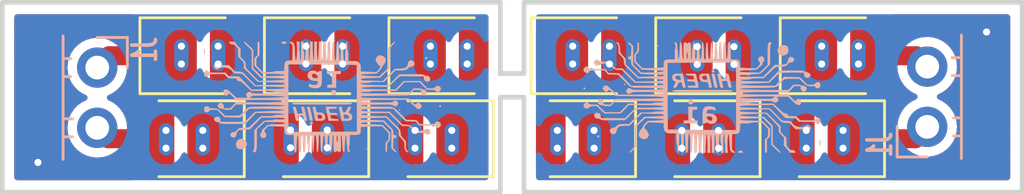
<source format=kicad_pcb>
(kicad_pcb (version 20240108) (generator "pcbnew") (generator_version "8.0")
  (layers (0 "F.Cu" signal) (31 "B.Cu" signal) (34 "B.Paste" user) (35 "F.Paste" user) (36 "B.SilkS" user "B.Silkscreen") (37 "F.SilkS" user "F.Silkscreen") (38 "B.Mask" user) (39 "F.Mask" user) (44 "Edge.Cuts" user))
  (net 0 "")
  (net 1 "/-LEDs-")
  (net 2 "/+24V+")
  (net 3 "Net-(L1-A)")
  (net 4 "Net-(L2-A)")
  (net 5 "Net-(L3-A)")
  (net 6 "Net-(L4-A)")
  (net 7 "Net-(L5-A)")
  (net 8 "Earth_Clean")
  (footprint "LED_SMD:LED_PLCC_2835" (layer "F.Cu") (at 22 19.75 180)
    (property "Reference" "L6" (hide yes))
    (property "Value" "LED" (hide yes))
    (pad "1" smd rect (at -0.9 0 180) (size 2.2 2.2) (layers "F.Cu" "F.Paste" "F.Mask") (net 7 "Net-(L5-A)"))
    (pad "1" thru_hole circle (at -0.45 -0.4 180) (size 0.6 0.6) (drill 0.3) (layers "*.Cu") (net 7 "Net-(L5-A)"))
    (pad "1" thru_hole circle (at -0.45 0.35 180) (size 0.6 0.6) (drill 0.3) (layers "*.Cu") (net 7 "Net-(L5-A)"))
    (pad "2" thru_hole circle (at 1.1 -0.4 180) (size 0.6 0.6) (drill 0.3) (layers "*.Cu") (net 2 "/+24V+"))
    (pad "2" thru_hole circle (at 1.1 0.35 180) (size 0.6 0.6) (drill 0.3) (layers "*.Cu") (net 2 "/+24V+"))
    (pad "2" smd rect (at 1.375 0 180) (size 1.25 2.2) (layers "F.Cu" "F.Paste" "F.Mask") (net 2 "/+24V+"))
  )
  (footprint "LED_SMD:LED_PLCC_2835" (layer "F.Cu") (at 32.5 16.25)
    (property "Reference" "L3" (hide yes))
    (property "Value" "LED" (hide yes))
    (pad "1" smd rect (at -0.9 0) (size 2.2 2.2) (layers "F.Cu" "F.Paste" "F.Mask") (net 4 "Net-(L2-A)"))
    (pad "1" thru_hole circle (at -0.45 -0.4) (size 0.6 0.6) (drill 0.3) (layers "*.Cu") (net 4 "Net-(L2-A)"))
    (pad "1" thru_hole circle (at -0.45 0.35) (size 0.6 0.6) (drill 0.3) (layers "*.Cu") (net 4 "Net-(L2-A)"))
    (pad "2" thru_hole circle (at 1.1 -0.4) (size 0.6 0.6) (drill 0.3) (layers "*.Cu") (net 5 "Net-(L3-A)"))
    (pad "2" thru_hole circle (at 1.1 0.35) (size 0.6 0.6) (drill 0.3) (layers "*.Cu") (net 5 "Net-(L3-A)"))
    (pad "2" smd rect (at 1.375 0) (size 1.25 2.2) (layers "F.Cu" "F.Paste" "F.Mask") (net 5 "Net-(L3-A)"))
  )
  (footprint "LED_SMD:LED_PLCC_2835" (layer "F.Cu") (at 22 16.25)
    (property "Reference" "L1" (hide yes))
    (property "Value" "LED" (hide yes))
    (pad "1" smd rect (at -0.9 0) (size 2.2 2.2) (layers "F.Cu" "F.Paste" "F.Mask") (net 1 "/-LEDs-"))
    (pad "1" thru_hole circle (at -0.45 -0.4) (size 0.6 0.6) (drill 0.3) (layers "*.Cu") (net 1 "/-LEDs-"))
    (pad "1" thru_hole circle (at -0.45 0.35) (size 0.6 0.6) (drill 0.3) (layers "*.Cu") (net 1 "/-LEDs-"))
    (pad "2" thru_hole circle (at 1.1 -0.4) (size 0.6 0.6) (drill 0.3) (layers "*.Cu") (net 3 "Net-(L1-A)"))
    (pad "2" thru_hole circle (at 1.1 0.35) (size 0.6 0.6) (drill 0.3) (layers "*.Cu") (net 3 "Net-(L1-A)"))
    (pad "2" smd rect (at 1.375 0) (size 1.25 2.2) (layers "F.Cu" "F.Paste" "F.Mask") (net 3 "Net-(L1-A)"))
  )
  (footprint "LED_SMD:LED_PLCC_2835" (layer "F.Cu") (at 49 19.75 180)
    (property "Reference" "L1" (hide yes))
    (property "Value" "LED" (hide yes))
    (pad "1" smd rect (at -0.9 0 180) (size 2.2 2.2) (layers "F.Cu" "F.Paste" "F.Mask") (net 1 "/-LEDs-"))
    (pad "1" thru_hole circle (at -0.45 -0.4 180) (size 0.6 0.6) (drill 0.3) (layers "*.Cu") (net 1 "/-LEDs-"))
    (pad "1" thru_hole circle (at -0.45 0.35 180) (size 0.6 0.6) (drill 0.3) (layers "*.Cu") (net 1 "/-LEDs-"))
    (pad "2" thru_hole circle (at 1.1 -0.4 180) (size 0.6 0.6) (drill 0.3) (layers "*.Cu") (net 3 "Net-(L1-A)"))
    (pad "2" thru_hole circle (at 1.1 0.35 180) (size 0.6 0.6) (drill 0.3) (layers "*.Cu") (net 3 "Net-(L1-A)"))
    (pad "2" smd rect (at 1.375 0 180) (size 1.25 2.2) (layers "F.Cu" "F.Paste" "F.Mask") (net 3 "Net-(L1-A)"))
  )
  (footprint "LED_SMD:LED_PLCC_2835" (layer "F.Cu") (at 38.5 16.25)
    (property "Reference" "L4" (hide yes))
    (property "Value" "LED" (hide yes))
    (pad "1" smd rect (at -0.9 0) (size 2.2 2.2) (layers "F.Cu" "F.Paste" "F.Mask") (net 5 "Net-(L3-A)"))
    (pad "1" thru_hole circle (at -0.45 -0.4) (size 0.6 0.6) (drill 0.3) (layers "*.Cu") (net 5 "Net-(L3-A)"))
    (pad "1" thru_hole circle (at -0.45 0.35) (size 0.6 0.6) (drill 0.3) (layers "*.Cu") (net 5 "Net-(L3-A)"))
    (pad "2" thru_hole circle (at 1.1 -0.4) (size 0.6 0.6) (drill 0.3) (layers "*.Cu") (net 6 "Net-(L4-A)"))
    (pad "2" thru_hole circle (at 1.1 0.35) (size 0.6 0.6) (drill 0.3) (layers "*.Cu") (net 6 "Net-(L4-A)"))
    (pad "2" smd rect (at 1.375 0) (size 1.25 2.2) (layers "F.Cu" "F.Paste" "F.Mask") (net 6 "Net-(L4-A)"))
  )
  (footprint "LED_SMD:LED_PLCC_2835" (layer "F.Cu") (at 32.5 19.75 180)
    (property "Reference" "L4" (hide yes))
    (property "Value" "LED" (hide yes))
    (pad "1" smd rect (at -0.9 0 180) (size 2.2 2.2) (layers "F.Cu" "F.Paste" "F.Mask") (net 5 "Net-(L3-A)"))
    (pad "1" thru_hole circle (at -0.45 -0.4 180) (size 0.6 0.6) (drill 0.3) (layers "*.Cu") (net 5 "Net-(L3-A)"))
    (pad "1" thru_hole circle (at -0.45 0.35 180) (size 0.6 0.6) (drill 0.3) (layers "*.Cu") (net 5 "Net-(L3-A)"))
    (pad "2" thru_hole circle (at 1.1 -0.4 180) (size 0.6 0.6) (drill 0.3) (layers "*.Cu") (net 6 "Net-(L4-A)"))
    (pad "2" thru_hole circle (at 1.1 0.35 180) (size 0.6 0.6) (drill 0.3) (layers "*.Cu") (net 6 "Net-(L4-A)"))
    (pad "2" smd rect (at 1.375 0 180) (size 1.25 2.2) (layers "F.Cu" "F.Paste" "F.Mask") (net 6 "Net-(L4-A)"))
  )
  (footprint "NetTie:NetTie-2_SMD_Pad0.5mm" (layer "F.Cu") (at 55.5 20 90)
    (property "Reference" "CMN1" (hide yes))
    (property "Value" "EarthClean" (hide yes))
    (fp_poly (pts (xy -0.5 -0.25) (xy 0.5 -0.25) (xy 0.5 0.25) (xy -0.5 0.25)) (fill solid) (layer "F.Cu"))
    (pad "1" smd circle (at -0.5 0 90) (size 0.5 0.5) (layers "F.Cu") (net 8 "Earth_Clean"))
    (pad "2" smd circle (at 0.5 0 90) (size 0.5 0.5) (layers "F.Cu") (net 8 "Earth_Clean"))
  )
  (footprint "LED_SMD:LED_PLCC_2835" (layer "F.Cu") (at 27.25 16.25)
    (property "Reference" "L2" (hide yes))
    (property "Value" "LED" (hide yes))
    (pad "1" smd rect (at -0.9 0) (size 2.2 2.2) (layers "F.Cu" "F.Paste" "F.Mask") (net 3 "Net-(L1-A)"))
    (pad "1" thru_hole circle (at -0.45 -0.4) (size 0.6 0.6) (drill 0.3) (layers "*.Cu") (net 3 "Net-(L1-A)"))
    (pad "1" thru_hole circle (at -0.45 0.35) (size 0.6 0.6) (drill 0.3) (layers "*.Cu") (net 3 "Net-(L1-A)"))
    (pad "2" thru_hole circle (at 1.1 -0.4) (size 0.6 0.6) (drill 0.3) (layers "*.Cu") (net 4 "Net-(L2-A)"))
    (pad "2" thru_hole circle (at 1.1 0.35) (size 0.6 0.6) (drill 0.3) (layers "*.Cu") (net 4 "Net-(L2-A)"))
    (pad "2" smd rect (at 1.375 0) (size 1.25 2.2) (layers "F.Cu" "F.Paste" "F.Mask") (net 4 "Net-(L2-A)"))
  )
  (footprint "NetTie:NetTie-2_SMD_Pad0.5mm" (layer "F.Cu") (at 15.5 16 -90)
    (property "Reference" "CMN1" (hide yes))
    (property "Value" "EarthClean" (hide yes))
    (fp_poly (pts (xy -0.5 -0.25) (xy 0.5 -0.25) (xy 0.5 0.25) (xy -0.5 0.25)) (fill solid) (layer "F.Cu"))
    (pad "1" smd circle (at -0.5 0 270) (size 0.5 0.5) (layers "F.Cu") (net 8 "Earth_Clean"))
    (pad "2" smd circle (at 0.5 0 270) (size 0.5 0.5) (layers "F.Cu") (net 8 "Earth_Clean"))
  )
  (footprint "LED_SMD:LED_PLCC_2835" (layer "F.Cu") (at 27.25 19.75 180)
    (property "Reference" "L5" (hide yes))
    (property "Value" "LED" (hide yes))
    (pad "1" smd rect (at -0.9 0 180) (size 2.2 2.2) (layers "F.Cu" "F.Paste" "F.Mask") (net 6 "Net-(L4-A)"))
    (pad "1" thru_hole circle (at -0.45 -0.382329 180) (size 0.6 0.6) (drill 0.3) (layers "*.Cu") (net 6 "Net-(L4-A)"))
    (pad "1" thru_hole circle (at -0.45 0.367671 180) (size 0.6 0.6) (drill 0.3) (layers "*.Cu") (net 6 "Net-(L4-A)"))
    (pad "2" thru_hole circle (at 1.1 -0.382329 180) (size 0.6 0.6) (drill 0.3) (layers "*.Cu") (net 7 "Net-(L5-A)"))
    (pad "2" thru_hole circle (at 1.1 0.367671 180) (size 0.6 0.6) (drill 0.3) (layers "*.Cu") (net 7 "Net-(L5-A)"))
    (pad "2" smd rect (at 1.375 0 180) (size 1.25 2.2) (layers "F.Cu" "F.Paste" "F.Mask") (net 7 "Net-(L5-A)"))
  )
  (footprint "LED_SMD:LED_PLCC_2835" (layer "F.Cu") (at 38.5 19.75 180)
    (property "Reference" "L3" (hide yes))
    (property "Value" "LED" (hide yes))
    (pad "1" smd rect (at -0.9 0 180) (size 2.2 2.2) (layers "F.Cu" "F.Paste" "F.Mask") (net 4 "Net-(L2-A)"))
    (pad "1" thru_hole circle (at -0.45 -0.4 180) (size 0.6 0.6) (drill 0.3) (layers "*.Cu") (net 4 "Net-(L2-A)"))
    (pad "1" thru_hole circle (at -0.45 0.35 180) (size 0.6 0.6) (drill 0.3) (layers "*.Cu") (net 4 "Net-(L2-A)"))
    (pad "2" thru_hole circle (at 1.1 -0.4 180) (size 0.6 0.6) (drill 0.3) (layers "*.Cu") (net 5 "Net-(L3-A)"))
    (pad "2" thru_hole circle (at 1.1 0.35 180) (size 0.6 0.6) (drill 0.3) (layers "*.Cu") (net 5 "Net-(L3-A)"))
    (pad "2" smd rect (at 1.375 0 180) (size 1.25 2.2) (layers "F.Cu" "F.Paste" "F.Mask") (net 5 "Net-(L3-A)"))
  )
  (footprint "LED_SMD:LED_PLCC_2835" (layer "F.Cu") (at 43.75 16.25)
    (property "Reference" "L5" (hide yes))
    (property "Value" "LED" (hide yes))
    (pad "1" smd rect (at -0.9 0) (size 2.2 2.2) (layers "F.Cu" "F.Paste" "F.Mask") (net 6 "Net-(L4-A)"))
    (pad "1" thru_hole circle (at -0.45 -0.382329) (size 0.6 0.6) (drill 0.3) (layers "*.Cu") (net 6 "Net-(L4-A)"))
    (pad "1" thru_hole circle (at -0.45 0.367671) (size 0.6 0.6) (drill 0.3) (layers "*.Cu") (net 6 "Net-(L4-A)"))
    (pad "2" thru_hole circle (at 1.1 -0.382329) (size 0.6 0.6) (drill 0.3) (layers "*.Cu") (net 7 "Net-(L5-A)"))
    (pad "2" thru_hole circle (at 1.1 0.367671) (size 0.6 0.6) (drill 0.3) (layers "*.Cu") (net 7 "Net-(L5-A)"))
    (pad "2" smd rect (at 1.375 0) (size 1.25 2.2) (layers "F.Cu" "F.Paste" "F.Mask") (net 7 "Net-(L5-A)"))
  )
  (footprint "LED_SMD:LED_PLCC_2835" (layer "F.Cu") (at 49 16.25)
    (property "Reference" "L6" (hide yes))
    (property "Value" "LED" (hide yes))
    (pad "1" smd rect (at -0.9 0) (size 2.2 2.2) (layers "F.Cu" "F.Paste" "F.Mask") (net 7 "Net-(L5-A)"))
    (pad "1" thru_hole circle (at -0.45 -0.4) (size 0.6 0.6) (drill 0.3) (layers "*.Cu") (net 7 "Net-(L5-A)"))
    (pad "1" thru_hole circle (at -0.45 0.35) (size 0.6 0.6) (drill 0.3) (layers "*.Cu") (net 7 "Net-(L5-A)"))
    (pad "2" thru_hole circle (at 1.1 -0.4) (size 0.6 0.6) (drill 0.3) (layers "*.Cu") (net 2 "/+24V+"))
    (pad "2" thru_hole circle (at 1.1 0.35) (size 0.6 0.6) (drill 0.3) (layers "*.Cu") (net 2 "/+24V+"))
    (pad "2" smd rect (at 1.375 0) (size 1.25 2.2) (layers "F.Cu" "F.Paste" "F.Mask") (net 2 "/+24V+"))
  )
  (footprint "LED_SMD:LED_PLCC_2835" (layer "F.Cu") (at 43.75 19.75 180)
    (property "Reference" "L2" (hide yes))
    (property "Value" "LED" (hide yes))
    (pad "1" smd rect (at -0.9 0 180) (size 2.2 2.2) (layers "F.Cu" "F.Paste" "F.Mask") (net 3 "Net-(L1-A)"))
    (pad "1" thru_hole circle (at -0.45 -0.4 180) (size 0.6 0.6) (drill 0.3) (layers "*.Cu") (net 3 "Net-(L1-A)"))
    (pad "1" thru_hole circle (at -0.45 0.35 180) (size 0.6 0.6) (drill 0.3) (layers "*.Cu") (net 3 "Net-(L1-A)"))
    (pad "2" thru_hole circle (at 1.1 -0.4 180) (size 0.6 0.6) (drill 0.3) (layers "*.Cu") (net 4 "Net-(L2-A)"))
    (pad "2" thru_hole circle (at 1.1 0.35 180) (size 0.6 0.6) (drill 0.3) (layers "*.Cu") (net 4 "Net-(L2-A)"))
    (pad "2" smd rect (at 1.375 0 180) (size 1.25 2.2) (layers "F.Cu" "F.Paste" "F.Mask") (net 4 "Net-(L2-A)"))
  )
  (footprint "LOGO" (layer "B.Cu") (at 27.5 18)
    (property "Reference" "ai" (hide yes))
    (property "Value" "LOGO" (hide yes))
  )
  (footprint "Connector_PinHeader_2.54mm:PinHeader_1x02_P2.54mm_Horizontal" (layer "B.Cu") (at 53 19.25)
    (property "Reference" "J1" (at -2 0.75 90) (layer "B.SilkS") (effects (font (size 1 0.6)) (justify mirror)))
    (property "Value" "2pin connector" (hide yes))
    (pad "1" thru_hole oval (at 0 0) (size 1.7 1.7) (drill 1) (layers "*.Cu" "*.Mask") (net 1 "/-LEDs-"))
    (pad "2" thru_hole oval (at 0 -2.54) (size 1.7 1.7) (drill 1) (layers "*.Cu" "*.Mask") (net 2 "/+24V+"))
  )
  (footprint "Connector_PinHeader_2.54mm:PinHeader_1x02_P2.54mm_Horizontal" (layer "B.Cu") (at 18 16.75 180)
    (property "Reference" "J1" (at -2 0.75 90) (layer "B.SilkS") (effects (font (size 1 0.6)) (justify mirror)))
    (property "Value" "2pin connector" (hide yes))
    (pad "1" thru_hole oval (at 0 0 180) (size 1.7 1.7) (drill 1) (layers "*.Cu" "*.Mask") (net 1 "/-LEDs-"))
    (pad "2" thru_hole oval (at 0 -2.54 180) (size 1.7 1.7) (drill 1) (layers "*.Cu" "*.Mask") (net 2 "/+24V+"))
  )
  (footprint "LOGO" (layer "B.Cu") (at 43.5 18 180)
    (property "Reference" "ai" (hide yes))
    (property "Value" "LOGO" (hide yes))
  )
  (gr_poly (pts (xy 14 14) (xy 35 14) (xy 35 17) (xy 36 17) (xy 36 14) (xy 57 14) (xy 57 22) (xy 36 22) (xy 36 18) (xy 35 18) (xy 35 22) (xy 14 22)) (stroke (width 0.2)) (fill none) (layer "Edge.Cuts"))
  (segment (start 52.5 19.75) (end 53 19.25) (width 0.8) (layer "F.Cu") (net 1))
  (segment (start 18.5 16.25) (end 18 16.75) (width 0.8) (layer "F.Cu") (net 1))
  (segment (start 21.1 16.25) (end 18.5 16.25) (width 0.8) (layer "F.Cu") (net 1))
  (segment (start 49.9 19.75) (end 52.5 19.75) (width 0.8) (layer "F.Cu") (net 1))
  (segment (start 21.55 16.6) (end 21.55 15.85) (width 0.6) (layer "B.Cu") (net 1))
  (segment (start 49.45 19.4) (end 49.45 20.15) (width 0.6) (layer "B.Cu") (net 1))
  (segment (start 20.625 19.75) (end 18.46 19.75) (width 0.8) (layer "F.Cu") (net 2))
  (segment (start 50.375 16.25) (end 52.54 16.25) (width 0.8) (layer "F.Cu") (net 2))
  (segment (start 18.46 19.75) (end 18 19.29) (width 0.8) (layer "F.Cu") (net 2))
  (segment (start 52.54 16.25) (end 53 16.71) (width 0.8) (layer "F.Cu") (net 2))
  (segment (start 20.9 20.15) (end 20.9 19.4) (width 0.6) (layer "B.Cu") (net 2))
  (segment (start 50.1 15.85) (end 50.1 16.6) (width 0.6) (layer "B.Cu") (net 2))
  (segment (start 47.625 19.75) (end 44.65 19.75) (width 0.8) (layer "F.Cu") (net 3))
  (segment (start 23.375 16.25) (end 26.35 16.25) (width 0.8) (layer "F.Cu") (net 3))
  (segment (start 47.9 19.4) (end 47.9 20.15) (width 0.6) (layer "B.Cu") (net 3))
  (segment (start 26.8 15.85) (end 26.8 16.6) (width 0.6) (layer "B.Cu") (net 3))
  (segment (start 44.2 20.15) (end 44.2 19.4) (width 0.6) (layer "B.Cu") (net 3))
  (segment (start 23.1 16.6) (end 23.1 15.85) (width 0.6) (layer "B.Cu") (net 3))
  (segment (start 28.625 16.25) (end 31.6 16.25) (width 0.8) (layer "F.Cu") (net 4))
  (segment (start 42.375 19.75) (end 39.4 19.75) (width 0.8) (layer "F.Cu") (net 4))
  (segment (start 32.05 15.85) (end 32.05 16.6) (width 0.6) (layer "B.Cu") (net 4))
  (segment (start 42.65 20.15) (end 42.65 19.4) (width 0.6) (layer "B.Cu") (net 4))
  (segment (start 28.35 15.85) (end 28.35 16.6) (width 0.6) (layer "B.Cu") (net 4))
  (segment (start 38.95 20.15) (end 38.95 19.4) (width 0.6) (layer "B.Cu") (net 4))
  (segment (start 33.875 16.25) (end 33.875 19.275) (width 0.8) (layer "F.Cu") (net 5))
  (segment (start 33.875 19.275) (end 33.4 19.75) (width 0.8) (layer "F.Cu") (net 5))
  (segment (start 37.125 19.75) (end 37.125 16.725) (width 0.8) (layer "F.Cu") (net 5))
  (segment (start 37.125 16.725) (end 37.6 16.25) (width 0.8) (layer "F.Cu") (net 5))
  (segment (start 32.95 19.4) (end 32.95 20.15) (width 0.6) (layer "B.Cu") (net 5))
  (segment (start 37.4 20.15) (end 37.4 19.4) (width 0.6) (layer "B.Cu") (net 5))
  (segment (start 38.05 16.6) (end 38.05 15.85) (width 0.6) (layer "B.Cu") (net 5))
  (segment (start 33.6 15.85) (end 33.6 16.6) (width 0.6) (layer "B.Cu") (net 5))
  (segment (start 31.125 19.75) (end 28.15 19.75) (width 0.8) (layer "F.Cu") (net 6))
  (segment (start 39.875 16.25) (end 42.85 16.25) (width 0.8) (layer "F.Cu") (net 6))
  (segment (start 43.3 16.617671) (end 43.3 15.867671) (width 0.6) (layer "B.Cu") (net 6))
  (segment (start 39.6 16.6) (end 39.6 15.85) (width 0.6) (layer "B.Cu") (net 6))
  (segment (start 27.7 19.382329) (end 27.7 20.132329) (width 0.6) (layer "B.Cu") (net 6))
  (segment (start 31.4 19.4) (end 31.4 20.15) (width 0.6) (layer "B.Cu") (net 6))
  (segment (start 25.875 19.75) (end 22.9 19.75) (width 0.8) (layer "F.Cu") (net 7))
  (segment (start 45.125 16.25) (end 48.1 16.25) (width 0.8) (layer "F.Cu") (net 7))
  (segment (start 26.15 19.382329) (end 26.15 20.132329) (width 0.6) (layer "B.Cu") (net 7))
  (segment (start 44.85 16.617671) (end 44.85 15.867671) (width 0.6) (layer "B.Cu") (net 7))
  (segment (start 22.45 20.15) (end 22.45 19.4) (width 0.6) (layer "B.Cu") (net 7))
  (segment (start 48.55 15.85) (end 48.55 16.6) (width 0.6) (layer "B.Cu") (net 7))
  (via (at 15.5 20.75) (size 0.6) (drill 0.3) (layers "F.Cu" "B.Cu") (net 8))
  (via (at 55.5 15.25) (size 0.6) (drill 0.3) (layers "F.Cu" "B.Cu") (net 8))
  (zone (net 0) (net_name "") (layer "F.Cu") (connect_pads (clearance 0)) (min_thickness 0.25)
    (keepout (tracks allowed) (vias allowed) (pads allowed) (copperpour not_allowed) (footprints allowed))
    (fill (thermal_gap 0.5) (thermal_bridge_width 0.5))
    (polygon (pts (xy 34.758605 14.590378) (xy 19.6 14.55) (xy 19.539943 21.400799) (xy 34.698548 21.441177)))
  )
  (zone (net 0) (net_name "") (layer "F.Cu") (connect_pads (clearance 0)) (min_thickness 0.25)
    (keepout (tracks allowed) (vias allowed) (pads allowed) (copperpour not_allowed) (footprints allowed))
    (fill (thermal_gap 0.5) (thermal_bridge_width 0.5))
    (polygon (pts (xy 36.241395 21.409622) (xy 51.4 21.45) (xy 51.460057 14.599201) (xy 36.301452 14.558823)))
  )
  (zone (net 8) (net_name "Earth_Clean") (layers "F&B.Cu") (priority 1) (connect_pads (clearance 0.4)) (min_thickness 0.25) (fill yes (thermal_gap 0.5) (thermal_bridge_width 0.5) (island_removal_mode 1) (island_area_min 10))
    (polygon (pts (xy 36 22) (xy 36 14) (xy 57 14) (xy 57 22)))
  )
  (zone (net 8) (net_name "Earth_Clean") (layers "F&B.Cu") (priority 1) (connect_pads (clearance 0.4)) (min_thickness 0.25) (fill yes (thermal_gap 0.5) (thermal_bridge_width 0.5) (island_removal_mode 1) (island_area_min 10))
    (polygon (pts (xy 35 14) (xy 35 22) (xy 14 22) (xy 14 14)))
  )
)
</source>
